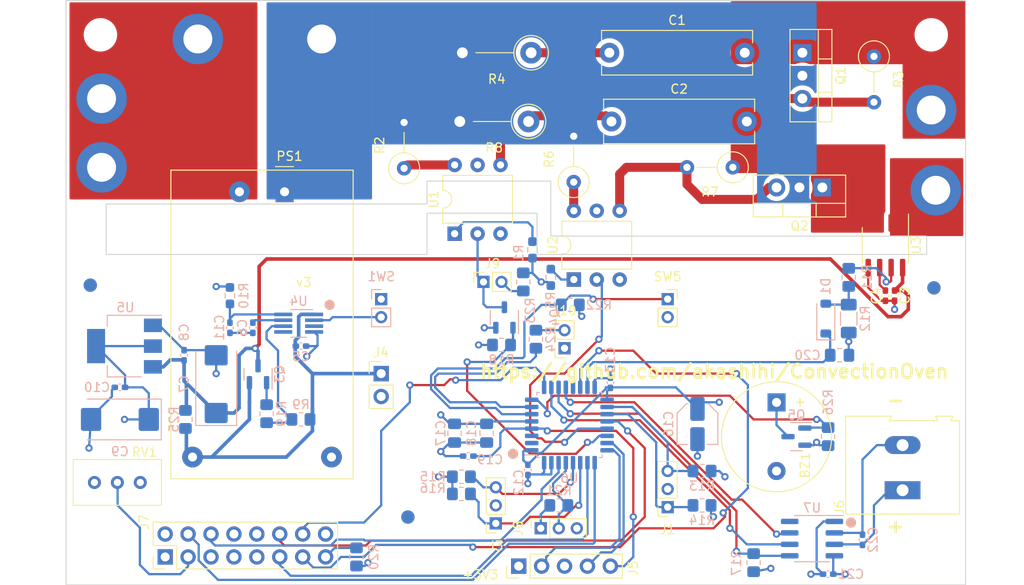
<source format=kicad_pcb>
(kicad_pcb (version 20240108) (generator "pcbnew") (generator_version "8.0")
  (layers (0 "F.Cu" signal) (1 "In1.Cu" signal) (2 "In2.Cu" signal) (31 "B.Cu" signal) (34 "B.Paste" user) (35 "F.Paste" user) (36 "B.SilkS" user "B.Silkscreen") (37 "F.SilkS" user "F.Silkscreen") (38 "B.Mask" user) (39 "F.Mask" user) (44 "Edge.Cuts" user))
  (net 0 "")
  (net 1 "Net-(D1-A)")
  (net 2 "LINE")
  (net 3 "NEUT")
  (net 4 "GND")
  (net 5 "+5P")
  (net 6 "/HotSide/HTR_SUP")
  (net 7 "/HotSide/HTR")
  (net 8 "/HotSide/DRV_SUP")
  (net 9 "/HotSide/DRV")
  (net 10 "+5V")
  (net 11 "/BUZZER")
  (net 12 "+3.3V")
  (net 13 "Net-(BZ1--)")
  (net 14 "/HotSide/DRV_OUT")
  (net 15 "Net-(U3-FILTER)")
  (net 16 "/HotSide/DRVCURRENT")
  (net 17 "/DRVENA")
  (net 18 "/NRST")
  (net 19 "Net-(U6-PA1)")
  (net 20 "Net-(J7-Pin_14)")
  (net 21 "/CS")
  (net 22 "/SCK")
  (net 23 "/SO")
  (net 24 "Net-(J7-Pin_13)")
  (net 25 "Net-(J7-Pin_12)")
  (net 27 "/SWDIO")
  (net 28 "/SWCLK")
  (net 29 "Net-(J7-Pin_4)")
  (net 30 "Net-(J7-Pin_11)")
  (net 31 "/LID")
  (net 32 "Net-(J7-Pin_6)")
  (net 33 "Net-(J6-Pin_2)")
  (net 34 "Net-(J6-Pin_1)")
  (net 35 "/HotSide/L_HTR_OUT")
  (net 36 "/HotSide/L_DRV_OUT")
  (net 37 "Net-(U4-PDT)")
  (net 38 "Net-(U4-*KILL)")
  (net 39 "Net-(J7-Pin_3)")
  (net 40 "Net-(Q3-G)")
  (net 41 "Net-(J7-Pin_15)")
  (net 42 "/HotSide/HTRENA")
  (net 43 "Net-(J10-Pin_2)")
  (net 44 "Net-(R1-Pad2)")
  (net 45 "/HotSide/L_HTR_IN")
  (net 46 "Net-(R5-Pad2)")
  (net 47 "/HotSide/L_DRV_IN")
  (net 52 "Net-(SW1-B)")
  (net 55 "Net-(J9-Pin_2)")
  (net 56 "/HTR_CTRL")
  (net 57 "/DRVSENSE")
  (net 58 "Net-(SW5-A)")
  (net 59 "Net-(J1-Pin_1)")
  (net 60 "Net-(J1-Pin_3)")
  (net 61 "Net-(J3-Pin_1)")
  (net 62 "Net-(J3-Pin_3)")
  (net 65 "Net-(U4-EN{slash}*EN)")
  (footprint "Buzzer_Beeper:Buzzer_12x9.5RM7.6" (layer "F.Cu") (at 186.055 117.495 -90)
    (property "Reference" "BZ1")
    (property "Value" "Buzzer")
  )
  (footprint "Resistor_THT:R_Axial_DIN0309_L9.0mm_D3.2mm_P5.08mm_Vertical" (layer "F.Cu") (at 196.85 79.14 -90)
    (property "Reference" "R3")
    (property "Value" "390" (hide yes))
  )
  (footprint "MountingHole:MountingHole_3.2mm_M3_DIN965_Pad_TopBottom" (layer "F.Cu") (at 203.2 85.09)
    (property "Reference" "H4" (hide yes))
    (property "Value" "MountingHole_Pad" (hide yes))
  )
  (footprint "Connector_PinSocket_2.00mm:PinSocket_1x03_P2.00mm_Vertical" (layer "F.Cu") (at 173.99 129.095 180)
    (property "Reference" "J1")
    (property "Value" "Conn_01x03_MountingPin" (hide yes))
  )
  (footprint "MountingHole:MountingHole_3.2mm_M3_DIN965_Pad_TopBottom" (layer "F.Cu") (at 135.636 77.216)
    (property "Reference" "J2" (hide yes))
    (property "Value" "L")
  )
  (footprint "MountingHole:MountingHole_3.2mm_M3_DIN965_Pad_TopBottom" (layer "F.Cu") (at 121.92 77.216 -90)
    (property "Reference" "H1" (hide yes))
    (property "Value" "MountingHole_Pad" (hide yes))
  )
  (footprint "Package_TO_SOT_THT:TO-220-3_Vertical" (layer "F.Cu") (at 191.135 93.67 180)
    (property "Reference" "Q2")
    (property "Value" "BTA16-600B" (hide yes))
  )
  (footprint "Resistor_THT:R_Axial_DIN0309_L9.0mm_D3.2mm_P5.08mm_Vertical" (layer "F.Cu") (at 163.576 93.072 90)
    (property "Reference" "R6")
    (property "Value" "390")
  )
  (footprint "Connector_PinSocket_2.00mm:PinSocket_1x03_P2.00mm_Vertical" (layer "F.Cu") (at 159.925 131.445 90)
    (property "Reference" "J8")
    (property "Value" "Conn_01x03" (hide yes))
  )
  (footprint "TerminalBlock:TerminalBlock_Altech_AK300-2_P5.00mm" (layer "F.Cu") (at 200.025 127.225 90)
    (property "Reference" "J6")
    (property "Value" "Screw_Terminal_01x02" (hide yes))
  )
  (footprint "Capacitor_THT:C_Rect_L16.5mm_W4.7mm_P15.00mm_MKT" (layer "F.Cu") (at 167.5325 78.74)
    (property "Reference" "C1")
    (property "Value" "10n x2" (hide yes))
  )
  (footprint "MountingHole:MountingHole_3.2mm_M3_DIN965_Pad_TopBottom" (layer "F.Cu") (at 203.708 93.98)
    (property "Reference" "H5" (hide yes))
    (property "Value" "MountingHole_Pad" (hide yes))
  )
  (footprint "Connector_PinHeader_2.54mm:PinHeader_2x08_P2.54mm_Vertical" (layer "F.Cu") (at 118.3 134.62 90)
    (property "Reference" "J7")
    (property "Value" "Conn_02x08_Odd_Even" (hide yes))
  )
  (footprint "MountingHole:MountingHole_3.2mm_M3_DIN965_Pad_TopBottom" (layer "F.Cu") (at 111.252 91.44 -90)
    (property "Reference" "H3" (hide yes))
    (property "Value" "MountingHole_Pad" (hide yes))
  )
  (footprint "Package_DIP:DIP-6_W7.62mm" (layer "F.Cu") (at 163.591 103.876 90)
    (property "Reference" "U2")
    (property "Value" "MOC3041M")
  )
  (footprint "Resistor_THT:R_Axial_DIN0309_L9.0mm_D3.2mm_P5.08mm_Vertical" (layer "F.Cu") (at 181.21 91.44 180)
    (property "Reference" "R7")
    (property "Value" "390")
  )
  (footprint "Connector_PinSocket_2.00mm:PinSocket_1x02_P2.00mm_Vertical" (layer "F.Cu") (at 162.56 111.49 180)
    (property "Reference" "J10")
    (property "Value" "RUN" (hide yes))
  )
  (footprint "Package_DIP:DIP-6_W7.62mm" (layer "F.Cu") (at 150.383 98.796 90)
    (property "Reference" "U1")
    (property "Value" "MOC3041M")
  )
  (footprint "Connector_PinHeader_2.54mm:PinHeader_1x02_P2.54mm_Vertical" (layer "F.Cu") (at 142.24 114.3)
    (property "Reference" "J4")
    (property "Value" "Conn_01x02")
  )
  (footprint "MountingHole:MountingHole_3.2mm_M3" (layer "F.Cu") (at 203.2 133.905)
    (property "Reference" "REF**" (hide yes))
    (property "Value" "MountingHole_3.2mm_M3" (hide yes))
  )
  (footprint "Connector_PinHeader_2.54mm:PinHeader_1x05_P2.54mm_Vertical" (layer "F.Cu") (at 157.48 135.636 90)
    (property "Reference" "J5")
    (property "Value" "Conn_01x05" (hide yes))
  )
  (footprint "MountingHole:MountingHole_3.2mm_M3_DIN965_Pad_TopBottom" (layer "F.Cu") (at 111.252 83.82 -90)
    (property "Reference" "H2" (hide yes))
    (property "Value" "MountingHole_Pad" (hide yes))
  )
  (footprint "Capacitor_THT:C_Rect_L16.5mm_W4.7mm_P15.00mm_MKT" (layer "F.Cu") (at 167.76 86.36)
    (property "Reference" "C2")
    (property "Value" "10n x2" (hide yes))
  )
  (footprint "Connector_PinSocket_2.00mm:PinSocket_1x03_P2.00mm_Vertical" (layer "F.Cu") (at 154.94 130.905 180)
    (property "Reference" "J3")
    (property "Value" "Conn_01x03_MountingPin" (hide yes))
  )
  (footprint "MountingHole:MountingHole_3.2mm_M3" (layer "F.Cu") (at 111.125 76.755)
    (property "Reference" "REF**" (hide yes))
    (property "Value" "MountingHole_3.2mm_M3" (hide yes))
  )
  (footprint "Resistor_THT:R_Axial_DIN0309_L9.0mm_D3.2mm_P5.08mm_Vertical" (layer "F.Cu") (at 144.78 91.548 90)
    (property "Reference" "R2")
    (property "Value" "390")
  )
  (footprint "Converter_ACDC:Converter_ACDC_HiLink_HLK-PMxx" (layer "F.Cu") (at 131.532 94.1495 -90)
    (property "Reference" "PS1")
    (property "Value" "HLK-PM01" (hide yes))
  )
  (footprint "Resistor_THT:R_Axial_DIN0411_L9.9mm_D3.6mm_P7.62mm_Vertical" (layer "F.Cu") (at 158.8575 78.74 180)
    (property "Reference" "R4")
    (property "Value" "39" (hide yes))
  )
  (footprint "MountingHole:MountingHole_3.2mm_M3" (layer "F.Cu") (at 111.125 133.985)
    (property "Reference" "REF**" (hide yes))
    (property "Value" "MountingHole_3.2mm_M3" (hide yes))
  )
  (footprint "Connector_PinSocket_2.00mm:PinSocket_1x02_P2.00mm_Vertical" (layer "F.Cu") (at 153.575 104.14 90)
    (property "Reference" "J9")
    (property "Value" "Conn_01x02" (hide yes))
  )
  (footprint "Connector_PinSocket_2.00mm:PinSocket_1x02_P2.00mm_Vertical" (layer "F.Cu") (at 173.99 106.045)
    (property "Reference" "SW5")
    (property "Value" "SW_SPST" (hide yes))
  )
  (footprint "Package_TO_SOT_THT:TO-220-3_Vertical" (layer "F.Cu") (at 188.92 78.74 -90)
    (property "Reference" "Q1")
    (property "Value" "BTA16-600B" (hide yes))
  )
  (footprint "Package_SO:SOIC-8_3.9x4.9mm_P1.27mm" (layer "F.Cu") (at 198.12 100.076 -90)
    (property "Reference" "U3")
    (property "Value" "ACS712xLCTR-05B" (hide yes))
  )
  (footprint "Resistor_THT:R_Axial_DIN0411_L9.9mm_D3.6mm_P7.62mm_Vertical" (layer "F.Cu") (at 158.57 86.36 180)
    (property "Reference" "R8")
    (property "Value" "39" (hide yes))
  )
  (footprint "Potentiometer_THT:Potentiometer_Bourns_3296W_Vertical" (layer "F.Cu") (at 110.46 126.365 180)
    (property "Reference" "RV1")
    (property "Value" "R_Potentiometer" (hide yes))
  )
  (footprint "MountingHole:MountingHole_3.2mm_M3" (layer "F.Cu") (at 203.2 76.755)
    (property "Reference" "REF**" (hide yes))
    (property "Value" "MountingHole_3.2mm_M3" (hide yes))
  )
  (footprint "Capacitor_SMD:C_0402_1005Metric_Pad0.74x0.62mm_HandSolder" (layer "F.Cu") (at 199.136 105.664 -90)
    (property "Reference" "C3")
    (property "Value" "100n" (hide yes))
  )
  (footprint "Capacitor_SMD:C_0402_1005Metric_Pad0.74x0.62mm_HandSolder" (layer "F.Cu") (at 198.12 105.664 -90)
    (property "Reference" "C4")
    (property "Value" "100n" (hide yes))
  )
  (footprint "Capacitor_SMD:C_0402_1005Metric_Pad0.74x0.62mm_HandSolder" (layer "B.Cu") (at 120.396 112.268 90)
    (property "Reference" "C8")
    (property "Value" "100n" (hide yes))
  )
  (footprint "Capacitor_SMD:C_Elec_4x5.4" (layer "B.Cu") (at 177.292 119.888 -90)
    (property "Reference" "C16")
    (property "Value" "4u7" (hide yes))
  )
  (footprint "Fiducial:Fiducial_1.5mm_Mask3mm" (layer "B.Cu") (at 203.5 104.8 180)
    (property "Reference" "REF**" (hide yes))
    (property "Value" "Fiducial_1.5mm_Mask3mm")
  )
  (footprint "Capacitor_SMD:C_0805_2012Metric_Pad1.18x1.45mm_HandSolder" (layer "B.Cu") (at 150.368 120.904 -90)
    (property "Reference" "C17")
    (property "Value" "1u" (hide yes))
  )
  (footprint "Resistor_SMD:R_0805_2012Metric_Pad1.20x1.40mm_HandSolder" (layer "B.Cu") (at 159.385 110.49 90)
    (property "Reference" "R24")
    (property "Value" "220" (hide yes))
  )
  (footprint "Package_QFP:LQFP-32_7x7mm_P0.8mm" (layer "B.Cu") (at 163.1 119.999)
    (property "Reference" "U6")
    (property "Value" "STM32F303K8Tx" (hide yes))
  )
  (footprint "Package_TO_SOT_SMD:SOT-23" (layer "B.Cu") (at 128.59 114.366 90)
    (property "Reference" "Q3")
    (property "Value" "AO3401A" (hide yes))
  )
  (footprint "Diode_SMD:D_SOD-123" (layer "B.Cu") (at 191.516 108.204 90)
    (property "Reference" "D1")
    (property "Value" "1N4448W" (hide yes))
  )
  (footprint "Capacitor_SMD:C_0402_1005Metric_Pad0.74x0.62mm_HandSolder" (layer "B.Cu") (at 191.77 136.525 180)
    (property "Reference" "C21")
    (property "Value" "100n" (hide yes))
  )
  (footprint "Capacitor_SMD:C_0402_1005Metric_Pad0.74x0.62mm_HandSolder" (layer "B.Cu") (at 151.892 123.444)
    (property "Reference" "C19")
    (property "Value" "100n" (hide yes))
  )
  (footprint "Resistor_SMD:R_0805_2012Metric_Pad1.20x1.40mm_HandSolder" (layer "B.Cu") (at 139.5 134.62 -90)
    (property "Reference" "R20")
    (property "Value" "220" (hide yes))
  )
  (footprint "Capacitor_SMD:C_0805_2012Metric_Pad1.18x1.45mm_HandSolder" (layer "B.Cu") (at 153.924 120.904 -90)
    (property "Reference" "C18")
    (property "Value" "10n" (hide yes))
  )
  (footprint "Resistor_SMD:R_0805_2012Metric_Pad1.20x1.40mm_HandSolder" (layer "B.Cu") (at 191.77 121.285 90)
    (property "Reference" "R26")
    (property "Value" "4k7" (hide yes))
  )
  (footprint "Fiducial:Fiducial_1.5mm_Mask3mm" (layer "B.Cu") (at 110 104.5 180)
    (property "Reference" "REF**" (hide yes))
    (property "Value" "Fiducial_1.5mm_Mask3mm")
  )
  (footprint "Capacitor_SMD:C_0402_1005Metric_Pad0.74x0.62mm_HandSolder" (layer "B.Cu") (at 158.496 124.968 -90)
    (property "Reference" "C12")
    (property "Value" "100n" (hide yes))
  )
  (footprint "Package_SO:SOIC-8_3.9x4.9mm_P1.27mm" (layer "B.Cu") (at 189.992 132.588 180)
    (property "Reference" "U7")
    (property "Value" "MAX31855KASA" (hide yes))
  )
  (footprint "Resistor_SMD:R_0603_1608Metric_Pad0.98x0.95mm_HandSolder" (layer "B.Cu") (at 125.476 105.664 -90)
    (property "Reference" "R10")
    (property "Value" "100k" (hide yes))
  )
  (footprint "Resistor_SMD:R_1206_3216Metric_Pad1.30x1.75mm_HandSolder" (layer "B.Cu") (at 194.056 108.204 90)
    (property "Reference" "R12")
    (property "Value" "6200" (hide yes))
  )
  (footprint "Resistor_SMD:R_0805_2012Metric_Pad1.20x1.40mm_HandSolder" (layer "B.Cu") (at 194.056 103.632 -90)
    (property "Reference" "R11")
    (property "Value" "3300" (hide yes))
  )
  (footprint "Resistor_SMD:R_0805_2012Metric_Pad1.20x1.40mm_HandSolder" (layer "B.Cu") (at 161.925 128.905 180)
    (property "Reference" "R21")
    (property "Value" "4k7" (hide yes))
  )
  (footprint "Resistor_SMD:R_0805_2012Metric_Pad1.20x1.40mm_HandSolder" (layer "B.Cu") (at 151.13 125.73 180)
    (property "Reference" "R15")
    (property "Value" "4k7" (hide yes))
  )
  (footprint "Resistor_SMD:R_0805_2012Metric_Pad1.20x1.40mm_HandSolder" (layer "B.Cu") (at 129.54 118.745 90)
    (property "Reference" "R19")
    (property "Value" "100k")
  )
  (footprint "Capacitor_SMD:C_0402_1005Metric_Pad0.74x0.62mm_HandSolder" (layer "B.Cu") (at 133.35 111.252)
    (property "Reference" "C5")
    (property "Value" "100n" (hide yes))
  )
  (footprint "Resistor_SMD:R_0603_1608Metric_Pad0.98x0.95mm_HandSolder" (layer "B.Cu") (at 161.036 103.632 90)
    (property "Reference" "R5")
    (property "Value" "150" (hide yes))
  )
  (footprint "Package_TO_SOT_SMD:SOT-23" (layer "B.Cu") (at 188.2625 121.285 180)
    (property "Reference" "Q5")
    (property "Value" "AO3401A" (hide yes))
  )
  (footprint "Resistor_SMD:R_0805_2012Metric_Pad1.20x1.40mm_HandSolder" (layer "B.Cu") (at 177.8 128.905)
    (property "Reference" "R14")
    (property "Value" "4k7" (hide yes))
  )
  (footprint "Package_TO_SOT_SMD:SOT-223-3_TabPin2" (layer "B.Cu") (at 113.792 111.252 180)
    (property "Reference" "U5")
    (property "Value" "LM1117MP-3.3" (hide yes))
  )
  (footprint "Resistor_SMD:R_0805_2012Metric_Pad1.20x1.40mm_HandSolder" (layer "B.Cu") (at 120.5484 119.38 90)
    (property "Reference" "R25")
    (property "Value" "0")
  )
  (footprint "Resistor_SMD:R_0805_2012Metric_Pad1.20x1.40mm_HandSolder" (layer "B.Cu") (at 157.988 104.14 -90)
    (property "Reference" "R23")
    (property "Value" "220" (hide yes))
  )
  (footprint "Capacitor_Tantalum_SMD:CP_EIA-7343-15_Kemet-W_Pad2.25x2.55mm_HandSolder" (layer "B.Cu") (at 113.284 119.38 180)
    (property "Reference" "C9")
    (property "Value" "100u" (hide yes))
  )
  (footprint "Capacitor_SMD:C_0402_1005Metric_Pad0.74x0.62mm_HandSolder" (layer "B.Cu") (at 167.64 115.316 90)
    (property "Reference" "C13")
    (property "Value" "100n" (hide yes))
  )
  (footprint "Resistor_SMD:R_0805_2012Metric_Pad1.20x1.40mm_HandSolder" (layer "B.Cu") (at 151.13 127.635 180)
    (property "Reference" "R16")
    (property "Value" "4k7" (hide yes))
  )
  (footprint "Connector_PinSocket_2.00mm:PinSocket_1x02_P2.00mm_Vertical" (layer "B.Cu") (at 142.24 106.045 180)
    (property "Reference" "SW1")
    (property "Value" "SW_SPST")
  )
  (footprint "Capacitor_Tantalum_SMD:CP_EIA-7343-15_Kemet-W_Pad2.25x2.55mm_HandSolder" (layer "B.Cu") (at 123.952 115.468 90)
    (property "Reference" "C7")
    (property "Value" "100u" (hide yes))
  )
  (footprint "Capacitor_SMD:C_0402_1005Metric_Pad0.74x0.62mm_HandSolder" (layer "B.Cu") (at 125.476 109.22 -90)
    (property "Reference" "C11")
    (property "Value" "100n" (hide yes))
  )
  (footprint "Resistor_SMD:R_0805_2012Metric_Pad1.20x1.40mm_HandSolder" (layer "B.Cu") (at 183.515 135.255 -90)
    (property "Reference" "R17")
    (property "Value" "4k7" (hide yes))
  )
  (footprint "Resistor_SMD:R_0805_2012Metric_Pad1.20x1.40mm_HandSolder" (layer "B.Cu") (at 163.195 106.68 180)
    (property "Reference" "R22")
    (property "Value" "4k7" (hide yes))
  )
  (footprint "Resistor_SMD:R_0805_2012Metric_Pad1.20x1.40mm_HandSolder" (layer "B.Cu") (at 155.575 111.125)
    (property "Reference" "R18")
    (property "Value" "4k7" (hide yes))
  )
  (footprint "Package_TO_SOT_SMD:TSOT-23-8_HandSoldering" (layer "B.Cu") (at 133.096 108.712 180)
    (property "Reference" "U4")
    (property "Value" "LTC2954CTS8-2" (hide yes))
  )
  (footprint "Resistor_SMD:R_0603_1608Metric_Pad0.98x0.95mm_HandSolder" (layer "B.Cu") (at 159.004 100.584 90)
    (property "Reference" "R1")
    (property "Value" "150" (hide yes))
  )
  (footprint "Capacitor_SMD:C_0805_2012Metric_Pad1.18x1.45mm_HandSolder" (layer "B.Cu") (at 193.04 112.268)
    (property "Reference" "C20")
    (property "Value" "1u" (hide yes))
  )
  (footprint "Resistor_SMD:R_0805_2012Metric_Pad1.20x1.40mm_HandSolder" (layer "B.Cu") (at 177.8 125.095)
    (property "Reference" "R13")
    (property "Value" "4k7" (hide yes))
  )
  (footprint "Capacitor_SMD:C_0402_1005Metric_Pad0.74x0.62mm_HandSolder" (layer "B.Cu") (at 195.58 132.715 90)
    (property "Reference" "C22")
    (property "Value" "100n" (hide yes))
  )
  (footprint "Fiducial:Fiducial_1.5mm_Mask3mm" (layer "B.Cu") (at 145.2 130.2 180)
    (property "Reference" "REF**" (hide yes))
    (property "Value" "Fiducial_1.5mm_Mask3mm" (hide yes))
  )
  (footprint "Capacitor_SMD:C_0402_1005Metric_Pad0.74x0.62mm_HandSolder" (layer "B.Cu") (at 113.284 115.824 180)
    (property "Reference" "C10")
    (property "Value" "100n" (hide yes))
  )
  (footprint "Resistor_SMD:R_0805_2012Metric_Pad1.20x1.40mm_HandSolder" (layer "B.Cu") (at 133.35 119.38 180)
    (property "Reference" "R9")
    (property "Value" "100k")
  )
  (footprint "Capacitor_SMD:C_0402_1005Metric_Pad0.74x0.62mm_HandSolder" (layer "B.Cu") (at 128.016 109.22 -90)
    (property "Reference" "C6")
    (property "Value" "150n" (hide yes))
  )
  (footprint "Package_TO_SOT_SMD:SOT-23-3" (layer "B.Cu") (at 155.895 108.0825 90)
    (property "Reference" "Q4")
    (property "Value" "AOSS32338C" (hide yes))
  )
  (gr_circle (center 136.525 106.68) (end 137.025 106.68) (stroke (width 0.15)) (fill solid) (layer "B.SilkS"))
  (gr_circle (center 194.31 130.81) (end 194.81 130.81) (stroke (width 0.15)) (fill solid) (layer "B.SilkS"))
  (gr_circle (center 156.845 123.19) (end 157.345 123.19) (stroke (width 0.15)) (fill solid) (layer "B.SilkS"))
  (gr_rect (start 107.315 72.945) (end 207.01 137.715) (stroke (width 0.1)) (fill none) (layer "Edge.Cuts"))
  (gr_poly (pts (xy 202.692 101.092) (xy 194.056 101.092) (xy 161.544 101.092) (xy 159.512 101.092) (xy 159.512 96.52) (xy 147.32 96.52) (xy 147.32 101.092) (xy 111.76 101.092) (xy 111.76 95.504) (xy 147.32 95.504) (xy 147.32 92.964) (xy 161.036 92.964) (xy 161.036 99.06) (xy 175.26 99.06) (xy 202.692 99.06)) (stroke (width 0.1)) (fill none) (layer "Edge.Cuts"))
  (gr_text "v3" (at 132.715 104.775 0) (layer "F.SilkS") (effects (font (size 1 1)) (justify left bottom)))
  (gr_text "+" (at 198.12 132.08 0) (layer "F.SilkS") (effects (font (size 1.5 1.5) (thickness 0.3) (bold yes)) (justify left bottom)))
  (gr_text "-" (at 198.12 118.11 0) (layer "F.SilkS") (effects (font (size 1.5 1.5) (thickness 0.3) (bold yes)) (justify left bottom)))
  (gr_text "+3V3" (at 151.13 137.16 0) (layer "F.SilkS") (effects (font (size 1 1)) (justify left bottom)))
  (gr_text "https://github.com/akashihi/ConvectionOven" (at 153.035 114.935 0) (layer "F.SilkS") (effects (font (size 1.5 1.5) (thickness 0.3) (bold yes)) (justify left bottom)))
  (segment (start 194.056 106.654) (end 191.616 106.654) (width 0.25) (layer "B.Cu") (net 1))
  (segment (start 191.616 106.654) (end 191.516 106.554) (width 0.25) (layer "B.Cu") (net 1))
  (segment (start 194.056 104.632) (end 194.056 106.654) (width 0.25) (layer "B.Cu") (net 1))
  (segment (start 197.6715 106.2315) (end 198.12 106.2315) (width 0.25) (layer "F.Cu") (net 4))
  (segment (start 198.12 106.2315) (end 199.136 106.2315) (width 0.25) (layer "F.Cu") (net 4))
  (segment (start 199.136 106.68) (end 199.136 107.188) (width 0.25) (layer "F.Cu") (net 4))
  (segment (start 199.136 106.2315) (end 199.136 106.68) (width 0.25) (layer "F.Cu") (net 4))
  (segment (start 196.215 104.775) (end 197.6715 106.2315) (width 0.25) (layer "F.Cu") (net 4))
  (segment (start 196.215 102.551) (end 196.215 104.775) (width 0.25) (layer "F.Cu") (net 4))
  (via (at 109.855 122.555) (size 0.8) (drill 0.4) (layers "F.Cu" "B.Cu") (net 4))
  (via (at 199.136 107.188) (size 0.8) (drill 0.4) (layers "F.Cu" "B.Cu") (net 4))
  (via (at 153.67 109.22) (size 0.8) (drill 0.4) (layers "F.Cu" "B.Cu") (net 4))
  (via (at 123.952 114.3) (size 0.8) (drill 0.4) (layers "F.Cu" "B.Cu") (net 4))
  (via (at 177.292 123.444) (size 0.8) (drill 0.4) (layers "F.Cu" "B.Cu") (net 4))
  (via (at 194.056 110.744) (size 0.8) (drill 0.4) (layers "F.Cu" "B.Cu") (net 4))
  (via (at 153.035 111.125) (size 0.8) (drill 0.4) (layers "F.Cu" "B.Cu") (net 4))
  (via (at 148.844 122.936) (size 0.8) (drill 0.4) (layers "F.Cu" "B.Cu") (net 4))
  (via (at 133.985 112.395) (size 0.8) (drill 0.4) (layers "F.Cu" "B.Cu") (net 4))
  (via (at 164.465 107.95) (size 0.8) (drill 0.4) (layers "F.Cu" "B.Cu") (net 4))
  (via (at 189.865 136.525) (size 0.8) (drill 0.4) (layers "F.Cu" "B.Cu") (net 4))
  (via (at 127 109.728) (size 0.8) (drill 0.4) (layers "F.Cu" "B.Cu") (net 4))
  (via (at 167.64 113.792) (size 0.8) (drill 0.4) (layers "F.Cu" "B.Cu") (net 4))
  (via (at 158.496 126.492) (size 0.8) (drill 0.4) (layers "F.Cu" "B.Cu") (net 4))
  (segment (start 191.2025 136.525) (end 190.5 135.8225) (width 0.25) (layer "B.Cu") (net 4))
  (segment (start 149.8385 121.9415) (end 148.844 122.936) (width 0.25) (layer "B.Cu") (net 4))
  (segment (start 190.5 135.8225) (end 190.5 131.445) (width 0.25) (layer "B.Cu") (net 4))
  (segment (start 161.1 124.174) (end 161.1 125.412) (width 0.25) (layer "B.Cu") (net 4))
  (segment (start 123.952 113.792) (end 123.952 114.3) (width 0.25) (layer "B.Cu") (net 4))
  (segment (start 135.1875 111.1925) (end 135.1875 111.125) (width 0.25) (layer "B.Cu") (net 4))
  (segment (start 135.1875 110.0635) (end 134.806 109.682) (width 0.25) (layer "B.Cu") (net 4))
  (segment (start 153.67 111.125) (end 153.035 111.125) (width 0.25) (layer "B.Cu") (net 4))
  (segment (start 153.924 121.9415) (end 150.368 121.9415) (width 0.25) (layer "B.Cu") (net 4))
  (segment (start 135.0605 111.252) (end 135.1875 111.125) (width 0.25) (layer "B.Cu") (net 4))
  (segment (start 191.2025 136.525) (end 189.865 136.525) (width 0.25) (layer "B.Cu") (net 4))
  (segment (start 112.395 116.1455) (end 112.7165 115.824) (width 0.25) (layer "B.Cu") (net 4))
  (segment (start 164.195 106.68) (end 164.195 107.68) (width 0.25) (layer "B.Cu") (net 4))
  (segment (start 149.352 123.444) (end 148.844 122.936) (width 0.25) (layer "B.Cu") (net 4))
  (segment (start 127.0595 109.7875) (end 127 109.728) (width 0.25) (layer "B.Cu") (net 4))
  (segment (start 133.9175 111.252) (end 135.0605 111.252) (width 0.25) (layer "B.Cu") (net 4))
  (segment (start 158.5555 125.476) (end 158.496 125.5355) (width 0.25) (layer "B.Cu") (net 4))
  (segment (start 191.262 130.683) (end 192.467 130.683) (width 0.25) (layer "B.Cu") (net 4))
  (segment (start 161.1 125.412) (end 161.036 125.476) (width 0.25) (layer "B.Cu") (net 4))
  (segment (start 160.02 125.476) (end 158.5555 125.476) (width 0.25) (layer "B.Cu") (net 4))
  (segment (start 133.985 112.395) (end 135.1875 111.1925) (width 0.25) (layer "B.Cu") (net 4))
  (segment (start 160.3 125.196) (end 160.02 125.476) (width 0.25) (layer "B.Cu") (net 4))
  (segment (start 151.3245 123.444) (end 149.352 123.444) (width 0.25) (layer "B.Cu") (net 4))
  (segment (start 167.5805 114.808) (end 167.64 114.7485) (width 0.25) (layer "B.Cu") (net 4))
  (segment (start 123.952 112.268) (end 123.952 113.792) (width 0.25) (layer "B.Cu") (net 4))
  (segment (start 177.292 121.563) (end 177.292 123.444) (width 0.25) (layer "B.Cu") (net 4))
  (segment (start 165.9 115.024) (end 166.116 114.808) (width 0.25) (layer "B.Cu") (net 4))
  (segment (start 110.084 119.38) (end 110.084 119.151) (width 0.25) (layer "B.Cu") (net 4))
  (segment (start 123.952 112.268) (end 123.3845 111.7005) (width 0.25) (layer "B.Cu") (net 4))
  (segment (start 128.016 109.7875) (end 127.0595 109.7875) (width 0.25) (layer "B.Cu") (net 4))
  (segment (start 126.9405 109.7875) (end 125.476 109.7875) (width 0.25) (layer "B.Cu") (net 4))
  (segment (start 110.084 119.38) (end 109.855 122.555) (width 0.25) (layer "B.Cu") (net 4))
  (segment (start 154.575 111.125) (end 153.67 111.125) (width 0.25) (layer "B.Cu") (net 4))
  (segment (start 127 109.728) (end 126.9405 109.7875) (width 0.25) (layer "B.Cu") (net 4))
  (segment (start 165.9 115.824) (end 165.9 115.024) (width 0.25) (layer "B.Cu") (net 4))
  (segment (start 194.056 109.754) (end 194.056 110.744) (width 0.25) (layer "B.Cu") (net 4))
  (segment (start 135.1875 111.125) (end 135.1875 110.0635) (width 0.25) (layer "B.Cu") (net 4))
  (segment (start 190.5 131.445) (end 191.262 130.683) (width 0.25) (layer "B.Cu") (net 4))
  (segment (start 150.368 121.9415) (end 149.8385 121.9415) (width 0.25) (layer "B.Cu") (net 4))
  (segment (start 117.6475 108.952) (end 120.396 111.7005) (width 0.25) (layer "B.Cu") (net 4))
  (segment (start 158.496 125.5355) (end 158.496 126.492) (width 0.25) (layer "B.Cu") (net 4))
  (segment (start 154.945 109.22) (end 153.67 109.22) (width 0.25) (layer "B.Cu") (net 4))
  (segment (start 167.64 114.7485) (end 167.64 113.792) (width 0.25) (layer "B.Cu") (net 4))
  (segment (start 161.036 125.476) (end 160.02 125.476) (width 0.25) (layer "B.Cu") (net 4))
  (segment (start 160.3 124.174) (end 160.3 125.196) (width 0.25) (layer "B.Cu") (net 4))
  (segment (start 123.3845 111.7005) (end 120.396 111.7005) (width 0.25) (layer "B.Cu") (net 4))
  (segment (start 166.116 114.808) (end 167.5805 114.808) (width 0.25) (layer "B.Cu") (net 4))
  (segment (start 194.056 112.2465) (end 194.0775 112.268) (width 0.25) (layer "B.Cu") (net 4))
  (segment (start 194.056 110.744) (end 194.056 112.2465) (width 0.25) (layer "B.Cu") (net 4))
  (segment (start 110.084 119.151) (end 112.395 116.84) (width 0.25) (layer "B.Cu") (net 4))
  (segment (start 116.942 108.952) (end 117.6475 108.952) (width 0.25) (layer "B.Cu") (net 4))
  (segment (start 164.195 107.68) (end 164.465 107.95) (width 0.25) (layer "B.Cu") (net 4))
  (segment (start 112.395 116.84) (end 112.395 116.1455) (width 0.25) (layer "B.Cu") (net 4))
  (segment (start 121.332 123.5495) (end 123.4655 123.5495) (width 0.4) (layer "B.Cu") (net 5))
  (segment (start 133.356 107.732) (end 134.806 107.732) (width 0.4) (layer "B.Cu") (net 5))
  (segment (start 133.096 107.992) (end 133.356 107.732) (width 0.4) (layer "B.Cu") (net 5))
  (segment (start 123.4655 123.5495) (end 131.7205 123.5495) (width 0.4) (layer "B.Cu") (net 5))
  (segment (start 132.715 112.395) (end 132.715 110.617) (width 0.4) (layer "B.Cu") (net 5))
  (segment (start 123.4655 123.5495) (end 127.635 119.38) (width 0.4) (layer "B.Cu") (net 5))
  (segment (start 127.635 117.475) (end 127.64 117.47) (width 0.4) (layer "B.Cu") (net 5))
  (segment (start 133.096 110.236) (end 133.096 107.992) (width 0.4) (layer "B.Cu") (net 5))
  (segment (start 134.62 114.3) (end 134.0525 113.7325) (width 0.4) (layer "B.Cu") (net 5))
  (segment (start 127.64 117.47) (end 127.64 115.3035) (width 0.4) (layer "B.Cu") (net 5))
  (segment (start 127.635 119.38) (end 127.635 117.475) (width 0.4) (layer "B.Cu") (net 5))
  (segment (start 142.24 114.3) (end 134.62 114.3) (width 0.4) (layer "B.Cu") (net 5))
  (segment (start 120.65 120.38) (end 120.65 122.8675) (width 0.4) (layer "B.Cu") (net 5))
  (segment (start 120.65 122.8675) (end 121.332 123.5495) (width 0.4) (layer "B.Cu") (net 5))
  (segment (start 134.62 119.11) (end 134.35 119.38) (width 0.4) (layer "B.Cu") (net 5))
  (segment (start 132.715 110.617) (end 133.096 110.236) (width 0.4) (layer "B.Cu") (net 5))
  (segment (start 134.62 120.65) (end 134.62 118.11) (width 0.4) (layer "B.Cu") (net 5))
  (segment (start 134.62 118.11) (end 134.62 119.11) (width 0.4) (layer "B.Cu") (net 5))
  (segment (start 134.62 114.3) (end 134.62 118.11) (width 0.4) (layer "B.Cu") (net 5))
  (segment (start 134.0525 113.7325) (end 132.715 112.395) (width 0.4) (layer "B.Cu") (net 5))
  (segment (start 131.7205 123.5495) (end 134.62 120.65) (width 0.4) (layer "B.Cu") (net 5))
  (segment (start 158.8575 78.74) (end 167.5325 78.74) (width 1) (layer "F.Cu") (net 6))
  (segment (start 159.205 85.725) (end 158.57 86.36) (width 1) (layer "F.Cu") (net 8))
  (segment (start 167.125 85.725) (end 159.205 85.725) (width 1) (layer "F.Cu") (net 8))
  (segment (start 167.76 86.36) (end 167.125 85.725) (width 1) (layer "F.Cu") (net 8))
  (segment (start 200.66 107.188) (end 200.66 105.664) (width 0.4) (layer "F.Cu") (net 10))
  (segment (start 200.0925 105.0965) (end 199.136 105.0965) (width 0.4) (layer "F.Cu") (net 10))
  (segment (start 199.86 107.988) (end 200.66 107.188) (width 0.4) (layer "F.Cu") (net 10))
  (segment (start 128.27 111.506) (end 128.714683 111.061317) (width 0.4) (layer "F.Cu") (net 10))
  (segment (start 200.025 102.551) (end 200.025 104.2075) (width 0.4) (layer "F.Cu") (net 10))
  (segment (start 200.66 105.664) (end 200.0925 105.0965) (width 0.4) (layer "F.Cu") (net 10))
  (segment (start 192.024 101.6) (end 198.412 107.988) (width 0.4) (layer "F.Cu") (net 10))
  (segment (start 129.54 101.6) (end 192.024 101.6) (width 0.4) (layer "F.Cu") (net 10))
  (segment (start 128.714683 111.061317) (end 128.714683 102.425317) (width 0.4) (layer "F.Cu") (net 10))
  (segment (start 200.025 104.2075) (end 199.136 105.0965) (width 0.4) (layer "F.Cu") (net 10))
  (segment (start 128.714683 102.425317) (end 129.54 101.6) (width 0.4) (layer "F.Cu") (net 10))
  (segment (start 198.412 107.988) (end 199.86 107.988) (width 0.4) (layer "F.Cu") (net 10))
  (via (at 128.27 111.506) (size 0.8) (drill 0.4) (layers "F.Cu" "B.Cu") (net 10))
  (segment (start 123.952 118.668) (end 120.396 115.112) (width 0.4) (layer "B.Cu") (net 10))
  (segment (start 126.492 112.268) (end 127.254 111.506) (width 0.4) (layer "B.Cu") (net 10))
  (segment (start 116.942 113.552) (end 118.096 113.552) (width 0.4) (layer "B.Cu") (net 10))
  (segment (start 125.934 118.668) (end 126.492 118.11) (width 0.4) (layer "B.Cu") (net 10))
  (segment (start 128.59 111.826) (end 128.59 113.4285) (width 0.4) (layer "B.Cu") (net 10))
  (segment (start 120.65 118.38) (end 120.65 115.366) (width 0.4) (layer "B.Cu") (net 10))
  (segment (start 120.65 115.366) (end 120.396 115.112) (width 0.4) (layer "B.Cu") (net 10))
  (segment (start 120.3365 112.776) (end 120.396 112.8355) (width 0.4) (layer "B.Cu") (net 10))
  (segment (start 126.492 118.11) (end 126.492 112.268) (width 0.4) (layer "B.Cu") (net 10))
  (segment (start 128.27 111.506) (end 128.59 111.826) (width 0.4) (layer "B.Cu") (net 10))
  (segment (start 127.254 111.506) (end 128.27 111.506) (width 0.4) (layer "B.Cu") (net 10))
  (segment (start 118.096 113.552) (end 118.872 112.776) (width 0.4) (layer "B.Cu") (net 10))
  (segment (start 118.872 112.776) (end 120.3365 112.776) (width 0.4) (layer "B.Cu") (net 10))
  (segment (start 120.396 115.112) (end 120.396 112.8355) (width 0.4) (layer "B.Cu") (net 10))
  (segment (start 123.952 118.668) (end 125.934 118.668) (width 0.4) (layer "B.Cu") (net 10))
  (segment (start 160.655 117.475) (end 161.38 116.75) (width 0.25) (layer "F.Cu") (net 11))
  (segment (start 160.655 118.745) (end 160.655 117.475) (width 0.25) (layer "F.Cu") (net 11))
  (segment (start 180.885 116.75) (end 183.515 119.38) (width 0.25) (layer "F.Cu") (net 11))
  (segment (start 183.515 119.38) (end 190.5 119.38) (width 0.25) (layer "F.Cu") (net 11))
  (segment (start 161.38 116.75) (end 180.885 116.75) (width 0.25) (layer "F.Cu") (net 11))
  (via (at 160.655 118.745) (size 0.8) (drill 0.4) (layers "F.Cu" "B.Cu") (net 11))
  (via (at 190.5 119.38) (size 0.8) (drill 0.4) (layers "F.Cu" "B.Cu") (net 11))
  (segment (start 190.865 119.38) (end 191.77 120.285) (width 0.25) (layer "B.Cu") (net 11))
  (segment (start 189.25 120.285) (end 189.2 120.335) (width 0.25) (layer "B.Cu") (net 11))
  (segment (start 191.77 120.285) (end 189.25 120.285) (width 0.25) (layer "B.Cu") (net 11))
  (segment (start 158.925 117.199) (end 159.511396 117.199) (width 0.25) (layer "B.Cu") (net 11))
  (segment (start 159.511396 117.199) (end 160.655 118.342604) (width 0.25) (layer "B.Cu") (net 11))
  (segment (start 160.655 118.342604) (end 160.655 118.745) (width 0.25) (layer "B.Cu") (net 11))
  (segment (start 190.5 119.38) (end 190.865 119.38) (width 0.25) (layer "B.Cu") (net 11))
  (via (at 123.952 104.648) (size 0.8) (drill 0.4) (layers "F.Cu" "B.Cu") (net 12))
  (via (at 148.59 125.73) (size 0.8) (drill 0.4) (layers "F.Cu" "B.Cu") (net 12))
  (via (at 113.792 119.38) (size 0.8) (drill 0.4) (layers "F.Cu" "B.Cu") (net 12))
  (via (at 180.34 125.73) (size 0.8) (drill 0.4) (layers "F.Cu" "B.Cu") (net 12))
  (via (at 190.5 121.92) (size 0.8) (drill 0.4) (layers "F.Cu" "B.Cu") (net 12))
  (via (at 159.981395 104.14) (size 0.8) (drill 0.4) (layers "F.Cu" "B.Cu") (net 12))
  (via (at 179.705 117.475) (size 0.8) (drill 0.4) (layers "F.Cu" "B.Cu") (net 12))
  (via (at 140.77 135.255) (size 0.8) (drill 0.4) (layers "F.Cu" "B.Cu") (net 12))
  (via (at 179.07 130.175) (size 0.8) (drill 0.4) (layers "F.Cu" "B.Cu") (net 12))
  (via (at 148.844 118.872) (size 0.8) (drill 0.4) (layers "F.Cu" "B.Cu") (net 12))
  (via (at 185.42 135.89) (size 0.8) (drill 0.4) (layers "F.Cu" "B.Cu") (net 12))
  (via (at 193.675 136.525) (size 0.8) (drill 0.4) (layers "F.Cu" "B.Cu") (net 12))
  (segment (start 178.03 117.475) (end 179.705 117.475) (width 0.25) (layer "B.Cu") (net 12))
  (segment (start 177.292 118.213) (end 178.03 117.475) (width 0.25) (layer "B.Cu") (net 12))
  (segment (start 159.925 129.905) (end 159.925 131.445) (width 0.25) (layer "B.Cu") (net 12))
  (segment (start 178.8 125.095) (end 179.705 125.095) (width 0.25) (layer "B.Cu") (net 12))
  (segment (start 113.8515 115.824) (end 113.8515 114.4615) (width 0.25) (layer "B.Cu") (net 12))
  (segment (start 183.515 136.255) (end 185.42 135.89) (width 0.25) (layer "B.Cu") (net 12))
  (segment (start 150.13 125.73) (end 150.13 127.635) (width 0.25) (layer "B.Cu") (net 12))
  (segment (start 157.988 122.936) (end 157.988 123.8925) (width 0.25) (layer "B.Cu") (net 12))
  (segment (start 192.3375 134.6225) (end 192.467 134.493) (width 0.25) (layer "B.Cu") (net 12))
  (segment (start 192.3375 136.525) (end 193.675 136.525) (width 0.25) (layer "B.Cu") (net 12))
  (segment (start 158.925 119.599) (end 154.1915 119.599) (width 0.25) (layer "B.Cu") (net 12))
  (segment (start 167.5805 115.824) (end 167.132 115.824) (width 0.25) (layer "B.Cu") (net 12))
  (segment (start 174.903 115.824) (end 167.6995 115.824) (width 0.25) (layer "B.Cu") (net 12))
  (segment (start 189.2 122.235) (end 190.185 122.235) (width 0.25) (layer "B.Cu") (net 12))
  (segment (start 179.705 125.095) (end 180.34 125.73) (width 0.25) (layer "B.Cu") (net 12))
  (segment (start 192.3375 136.525) (end 192.3375 134.6225) (width 0.25) (layer "B.Cu") (net 12))
  (segment (start 191.72 122.235) (end 191.77 122.285) (width 0.25) (layer "B.Cu") (net 12))
  (segment (start 159.981395 104.14) (end 158.981395 103.14) (width 0.25) (layer "B.Cu") (net 12))
  (segment (start 116.484 119.38) (end 113.792 119.38) (width 0.25) (layer "B.Cu") (net 12))
  (segment (start 177.292 118.213) (end 174.903 115.824) (width 0.25) (layer "B.Cu") (net 12))
  (segment (start 158.125 122.799) (end 157.988 122.936) (width 0.25) (layer "B.Cu") (net 12))
  (segment (start 167.6995 115.824) (end 167.64 115.8835) (width 0.25) (layer "B.Cu") (net 12))
  (segment (start 190.185 122.235) (end 190.5 121.92) (width 0.25) (layer "B.Cu") (net 12))
  (segment (start 167.275 116.2485) (end 167.64 115.8835) (width 0.25) (layer "B.Cu") (net 12))
  (segment (start 139.5 135.62) (end 140.405 135.62) (width 0.25) (layer "B.Cu") (net 12))
  (segment (start 150.368 119.8665) (end 149.8385 119.8665) (width 0.25) (layer "B.Cu") (net 12))
  (segment (start 116.484 116.484) (end 116.484 119.38) (width 0.25) (layer "B.Cu") (net 12))
  (segment (start 167.132 115.824) (end 167.132 115.978396) (width 0.25) (layer "B.Cu") (net 12))
  (segment (start 178.8 129.905) (end 179.07 130.175) (width 0.25) (layer "B.Cu") (net 12))
  (segment (start 190.5 121.92) (end 190.815 122.235) (width 0.25) (layer "B.Cu") (net 12))
  (segment (start 160.011396 123.099) (end 159.7975 123.099) (width 0.25) (layer "B.Cu") (net 12))
  (segment (start 123.952 104.648) (end 125.3725 104.648) (width 0.25) (layer "B.Cu") (net 12))
  (segment (start 167.275 117.199) (end 167.275 116.2485) (width 0.25) (layer "B.Cu") (net 12))
  (segment (start 139.335 135.62) (end 139.7 135.255) (width 0.25) (layer "B.Cu") (net 12))
  (segment (start 158.981395 103.14) (end 157.988 103.14) (width 0.25) (layer "B.Cu") (net 12))
  (segment (start 159.004 103.162605) (end 159.004 101.4965) (width 0.25) (layer "B.Cu") (net 12))
  (segment (start 159.981395 104.14) (end 160.6315 104.14) (width 0.25) (layer "B.Cu") (net 12))
  (segment (start 115.824 115.824) (end 116.484 116.484) (width 0.25) (layer "B.Cu") (net 12))
  (segment (start 140.405 135.62) (end 140.77 135.255) (width 0.25) (layer "B.Cu") (net 12))
  (segment (start 167.132 115.978396) (end 160.011396 123.099) (width 0.25) (layer "B.Cu") (net 12))
  (segment (start 150.368 119.8665) (end 153.924 119.8665) (width 0.25) (layer "B.Cu") (net 12))
  (segment (start 159.7975 123.099) (end 158.496 124.4005) (width 0.25) (layer "B.Cu") (net 12))
  (segment (start 167.64 115.8835) (end 167.5805 115.824) (width 0.25) (layer "B.Cu") (net 12))
  (segment (start 159.981395 104.14) (end 159.004 103.162605) (width 0.25) (layer "B.Cu") (net 12))
  (segment (start 157.988 123.8925) (end 158.496 124.4005) (width 0.25) (layer "B.Cu") (net 12))
  (segment (start 113.8515 115.824) (end 115.824 115.824) (width 0.25) (layer "B.Cu") (net 12))
  (segment (start 160.925 128.905) (end 159.925 129.905) (width 0.25) (layer "B.Cu") (net 12))
  (segment (start 178.8 128.905) (end 178.8 129.905) (width 0.25) (layer "B.Cu") (net 12))
  (segment (start 113.8515 114.4615) (end 110.642 111.252) (width 0.25) (layer "B.Cu") (net 12))
  (segment (start 154.1915 119.599) (end 153.924 119.8665) (width 0.25) (layer "B.Cu") (net 12))
  (segment (start 190.815 122.235) (end 191.72 122.235) (width 0.25) (layer "B.Cu") (net 12))
  (segment (start 158.925 122.799) (end 158.125 122.799) (width 0.25) (layer "B.Cu") (net 12))
  (segment (start 160.6315 104.14) (end 161.036 104.5445) (width 0.25) (layer "B.Cu") (net 12))
  (segment (start 149.8385 119.8665) (end 148.844 118.872) (width 0.25) (layer "B.Cu") (net 12))
  (segment (start 116.942 111.252) (end 110.642 111.252) (width 0.25) (layer "B.Cu") (net 12))
  (segment (start 150.13 125.73) (end 148.59 125.73) (width 0.25) (layer "B.Cu") (net 12))
  (segment (start 125.3725 104.648) (end 125.476 104.7515) (width 0.25) (layer "B.Cu") (net 12))
  (segment (start 187.325 121.285) (end 186.055 120.015) (width 0.25) (layer "B.Cu") (net 13))
  (segment (start 186.055 120.015) (end 186.055 117.495) (width 0.25) (layer "B.Cu") (net 13))
  (segment (start 197.485 102.551) (end 197.485 104.4615) (width 0.25) (layer "F.Cu") (net 15))
  (segment (start 197.485 104.4615) (end 198.12 105.0965) (width 0.25) (layer "F.Cu") (net 15))
  (segment (start 198.755 104.013) (end 198.628 104.14) (width 0.25) (layer "F.Cu") (net 16))
  (segment (start 198.22 104.14) (end 198.2095 104.1295) (width 0.25) (layer "F.Cu") (net 16))
  (segment (start 198.755 102.551) (end 198.755 104.013) (width 0.25) (layer "F.Cu") (net 16))
  (segment (start 198.628 104.14) (end 198.22 104.14) (width 0.25) (layer "F.Cu") (net 16))
  (via (at 198.2095 104.1295) (size 0.8) (drill 0.4) (layers "F.Cu" "B.Cu") (net 16))
  (segment (start 194.072 102.616) (end 194.056 102.632) (width 0.25) (layer "B.Cu") (net 16))
  (segment (start 198.2095 104.1295) (end 198.2095 103.7215) (width 0.25) (layer "B.Cu") (net 16))
  (segment (start 197.104 102.616) (end 194.072 102.616) (width 0.25) (layer "B.Cu") (net 16))
  (segment (start 198.2095 103.7215) (end 197.104 102.616) (width 0.25) (layer "B.Cu") (net 16))
  (segment (start 162.56 114.3) (end 166.37 110.49) (width 0.25) (layer "F.Cu") (net 17))
  (segment (start 158.75 120.65) (end 158.75 115.57) (width 0.25) (layer "F.Cu") (net 17))
  (segment (start 160.02 121.47) (end 159.57 121.47) (width 0.25) (layer "F.Cu") (net 17))
  (segment (start 162.496502 121.856502) (end 160.406502 121.856502) (width 0.25) (layer "F.Cu") (net 17))
  (segment (start 160.02 114.3) (end 162.56 114.3) (width 0.25) (layer "F.Cu") (net 17))
  (segment (start 159.57 121.47) (end 158.75 120.65) (width 0.25) (layer "F.Cu") (net 17))
  (segment (start 160.406502 121.856502) (end 160.02 121.47) (width 0.25) (layer "F.Cu") (net 17))
  (segment (start 158.75 115.57) (end 160.02 114.3) (width 0.25) (layer "F.Cu") (net 17))
  (segment (start 162.56 121.92) (end 162.496502 121.856502) (width 0.25) (layer "F.Cu") (net 17))
  (via (at 162.56 121.92) (size 0.8) (drill 0.4) (layers "F.Cu" "B.Cu") (net 17))
  (via (at 166.37 110.49) (size 0.8) (drill 0.4) (layers "F.Cu" "B.Cu") (net 17))
  (segment (start 162.56 121.92) (end 164.081 120.399) (width 0.25) (layer "B.Cu") (net 17))
  (segment (start 164.081 120.399) (end 167.275 120.399) (width 0.25) (layer "B.Cu") (net 17))
  (segment (start 166.693129 104.438129) (end 166.693129 110.166871) (width 0.25) (layer "B.Cu") (net 17))
  (segment (start 166.693129 110.166871) (end 166.37 110.49) (width 0.25) (layer "B.Cu") (net 17))
  (segment (start 160.655 120.65) (end 168.275 120.65) (width 0.25) (layer "F.Cu") (net 18))
  (segment (start 168.275 120.65) (end 170.18 122.555) (width 0.25) (layer "F.Cu") (net 18))
  (segment (start 170.18 122.555) (end 170.18 130.175) (width 0.25) (layer "F.Cu") (net 18))
  (via (at 160.655 120.65) (size 0.8) (drill 0.4) (layers "F.Cu" "B.Cu") (net 18))
  (via (at 170.18 130.175) (size 0.8) (drill 0.4) (layers "F.Cu" "B.Cu") (net 18))
  (segment (start 158.925 120.399) (end 155.959 120.399) (width 0.25) (layer "B.Cu") (net 18))
  (segment (start 155.956 120.396) (end 155.448 120.904) (width 0.25) (layer "B.Cu") (net 18))
  (segment (start 155.448 122.428) (end 154.432 123.444) (width 0.25) (layer "B.Cu") (net 18))
  (segment (start 170.18 130.175) (end 170.18 134.62) (width 0.25) (layer "B.Cu") (net 18))
  (segment (start 154.432 123.444) (end 152.4595 123.444) (width 0.25) (layer "B.Cu") (net 18))
  (segment (start 160.404 120.399) (end 160.655 120.65) (width 0.25) (layer "B.Cu") (net 18))
  (segment (start 155.448 120.904) (end 155.448 122.428) (width 0.25) (layer "B.Cu") (net 18))
  (segment (start 170.18 134.62) (end 169.164 135.636) (width 0.25) (layer "B.Cu") (net 18))
  (segment (start 155.959 120.399) (end 155.956 120.396) (width 0.25) (layer "B.Cu") (net 18))
  (segment (start 169.164 135.636) (end 167.64 135.636) (width 0.25) (layer "B.Cu") (net 18))
  (segment (start 158.925 120.399) (end 160.404 120.399) (width 0.25) (layer "B.Cu") (net 18))
  (segment (start 148.591396 114.301396) (end 154.938604 114.301396) (width 0.25) (layer "B.Cu") (net 19))
  (segment (start 158.75 113.03) (end 159.385 112.395) (width 0.25) (layer "B.Cu") (net 19))
  (segment (start 158.925 117.999) (end 155.465396 117.999) (width 0.25) (layer "B.Cu") (net 19))
  (segment (start 148.22 115.833604) (end 148.22 114.672792) (width 0.25) (layer "B.Cu") (net 19))
  (segment (start 149.861396 117.475) (end 148.22 115.833604) (width 0.25) (layer "B.Cu") (net 19))
  (segment (start 154.941396 117.475) (end 149.861396 117.475) (width 0.25) (layer "B.Cu") (net 19))
  (segment (start 148.22 114.672792) (end 148.591396 114.301396) (width 0.25) (layer "B.Cu") (net 19))
  (segment (start 159.385 112.395) (end 159.385 111.49) (width 0.25) (layer "B.Cu") (net 19))
  (segment (start 155.465396 117.999) (end 154.941396 117.475) (width 0.25) (layer "B.Cu") (net 19))
  (segment (start 154.938604 114.301396) (end 156.21 113.03) (width 0.25) (layer "B.Cu") (net 19))
  (segment (start 156.21 113.03) (end 158.75 113.03) (width 0.25) (layer "B.Cu") (net 19))
  (segment (start 149.225 115.57) (end 149.86 114.935) (width 0.25) (layer "F.Cu") (net 20))
  (segment (start 145.415 115.57) (end 149.225 115.57) (width 0.25) (layer "F.Cu") (net 20))
  (segment (start 150.495 114.935) (end 150.495 115.025896) (width 0.25) (layer "F.Cu") (net 20))
  (segment (start 149.86 114.935) (end 150.495 114.935) (width 0.25) (layer "F.Cu") (net 20))
  (via (at 145.415 115.57) (size 0.8) (drill 0.4) (layers "F.Cu" "B.Cu") (net 20))
  (via (at 150.495 115.025896) (size 0.8) (drill 0.4) (layers "F.Cu" "B.Cu") (net 20))
  (segment (start 155.484104 115.025896) (end 150.495 115.025896) (width 0.25) (layer "B.Cu") (net 20))
  (segment (start 160.3 115.824) (end 160.3 114.58) (width 0.25) (layer "B.Cu") (net 20))
  (segment (start 142.24 120.65) (end 142.24 128.905) (width 0.25) (layer "B.Cu") (net 20))
  (segment (start 142.24 128.905) (end 140.335 130.81) (width 0.25) (layer "B.Cu") (net 20))
  (segment (start 156.845 113.665) (end 155.484104 115.025896) (width 0.25) (layer "B.Cu") (net 20))
  (segment (start 145.415 115.57) (end 145.415 117.475) (width 0.25) (layer "B.Cu") (net 20))
  (segment (start 159.385 113.665) (end 156.845 113.665) (width 0.25) (layer "B.Cu") (net 20))
  (segment (start 140.335 130.81) (end 134.19 130.81) (width 0.25) (layer "B.Cu") (net 20))
  (segment (start 160.3 114.58) (end 159.385 113.665) (width 0.25) (layer "B.Cu") (net 20))
  (segment (start 133.54 131.46) (end 133.54 132.08) (width 0.25) (layer "B.Cu") (net 20))
  (segment (start 134.19 130.81) (end 133.54 131.46) (width 0.25) (layer "B.Cu") (net 20))
  (segment (start 145.415 117.475) (end 142.24 120.65) (width 0.25) (layer "B.Cu") (net 20))
  (segment (start 180.8855 131.445) (end 180.8855 129.451896) (width 0.25) (layer "F.Cu") (net 21))
  (segment (start 162.65 119.47) (end 162.56 119.38) (width 0.25) (layer "F.Cu") (net 21))
  (segment (start 180.8855 129.451896) (end 170.903604 119.47) (width 0.25) (layer "F.Cu") (net 21))
  (segment (start 162.56 119.38) (end 162.488245 119.451755) (width 0.25) (layer "F.Cu") (net 21))
  (segment (start 170.903604 119.47) (end 162.65 119.47) (width 0.25) (layer "F.Cu") (net 21))
  (via (at 162.488245 119.451755) (size 0.8) (drill 0.4) (layers "F.Cu" "B.Cu") (net 21))
  (via (at 180.8855 131.445) (size 0.8) (drill 0.4) (layers "F.Cu" "B.Cu") (net 21))
  (segment (start 187.517 133.223) (end 182.753 133.223) (width 0.25) (layer "B.Cu") (net 21))
  (segment (start 180.975 131.445) (end 180.8855 131.445) (width 0.25) (layer "B.Cu") (net 21))
  (segment (start 182.753 133.223) (end 180.975 131.445) (width 0.25) (layer "B.Cu") (net 21))
  (segment (start 161.1 117.92) (end 162.56 119.38) (width 0.25) (layer "B.Cu") (net 21))
  (segment (start 161.1 115.824) (end 161.1 117.92) (width 0.25) (layer "B.Cu") (net 21))
  (segment (start 181.61 129.54) (end 181.61 133.985) (width 0.25) (layer "F.Cu") (net 22))
  (segment (start 163.195 118.745) (end 170.815 118.745) (width 0.25) (layer "F.Cu") (net 22))
  (segment (start 170.815 118.745) (end 181.61 129.54) (width 0.25) (layer "F.Cu") (net 22))
  (via (at 181.61 133.985) (size 0.8) (drill 0.4) (layers "F.Cu" "B.Cu") (net 22))
  (via (at 163.195 118.745) (size 0.8) (drill 0.4) (layers "F.Cu" "B.Cu") (net 22))
  (segment (start 161.9 117.45) (end 163.195 118.745) (width 0.25) (layer "B.Cu") (net 22))
  (segment (start 183.515 134.255) (end 181.88 134.255) (width 0.25) (layer "B.Cu") (net 22))
  (segment (start 183.753 134.493) (end 183.515 134.255) (width 0.25) (layer "B.Cu") (net 22))
  (segment (start 187.517 134.493) (end 183.753 134.493) (width 0.25) (layer "B.Cu") (net 22))
  (segment (start 161.9 115.824) (end 161.9 117.45) (width 0.25) (layer "B.Cu") (net 22))
  (segment (start 181.88 134.255) (end 181.61 133.985) (width 0.25) (layer "B.Cu") (net 22))
  (segment (start 186.055 132.08) (end 182.245 128.27) (width 0.25) (layer "F.Cu") (net 23))
  (segment (start 181.092695 128.27) (end 170.297695 117.475) (width 0.25) (layer "F.Cu") (net 23))
  (segment (start 182.245 128.27) (end 181.092695 128.27) (width 0.25) (layer "F.Cu") (net 23))
  (segment (start 170.297695 117.475) (end 163.195 117.475) (width 0.25) (layer "F.Cu") (net 23))
  (via (at 163.195 117.475) (size 0.8) (drill 0.4) (layers "F.Cu" "B.Cu") (net 23))
  (via (at 186.055 132.08) (size 0.8) (drill 0.4) (layers "F.Cu" "B.Cu") (net 23))
  (segment (start 187.39 132.08) (end 186.055 132.08) (width 0.25) (layer "B.Cu") (net 23))
  (segment (start 187.517 131.953) (end 187.39 132.08) (width 0.25) (layer "B.Cu") (net 23))
  (segment (start 162.7 115.824) (end 162.7 116.98) (width 0.25) (layer "B.Cu") (net 23))
  (segment (start 162.7 116.98) (end 163.195 117.475) (width 0.25) (layer "B.Cu") (net 23))
  (segment (start 170.18 111.76) (end 172.72 114.3) (width 0.25) (layer "F.Cu") (net 24))
  (segment (start 180.338604 129.541396) (end 180.144503 129.735497) (width 0.25) (layer "F.Cu") (net 24))
  (segment (start 179.705 130.81) (end 180.34 130.175) (width 0.25) (layer "F.Cu") (net 24))
  (segment (start 168.731896 133.5295) (end 170.815 131.446396) (width 0.25) (layer "F.Cu") (net 24))
  (segment (start 166.37 111.76) (end 170.18 111.76) (width 0.25) (layer "F.Cu") (net 24))
  (segment (start 152.4 133.5295) (end 168.731896 133.5295) (width 0.25) (layer "F.Cu") (net 24))
  (segment (start 170.815 131.446396) (end 179.068604 131.446396) (width 0.25) (layer "F.Cu") (net 24))
  (segment (start 172.72 114.3) (end 181.61 114.3) (width 0.25) (layer "F.Cu") (net 24))
  (segment (start 179.068604 131.446396) (end 179.705 130.81) (width 0.25) (layer "F.Cu") (net 24))
  (segment (start 180.34 130.175) (end 180.34 129.542792) (width 0.25) (layer "F.Cu") (net 24))
  (segment (start 180.34 129.542792) (end 180.338604 129.541396) (width 0.25) (layer "F.Cu") (net 24))
  (via (at 152.4 133.5295) (size 0.8) (drill 0.4) (layers "F.Cu" "B.Cu") (net 24))
  (via (at 180.144503 129.735497) (size 0.8) (drill 0.4) (layers "F.Cu" "B.Cu") (net 24))
  (via (at 181.61 114.3) (size 0.8) (drill 0.4) (layers "F.Cu" "B.Cu") (net 24))
  (via (at 166.37 111.76) (size 0.8) (drill 0.4) (layers "F.Cu" "B.Cu") (net 24))
  (segment (start 182.88 127) (end 182.88 115.57) (width 0.25) (layer "B.Cu") (net 24))
  (segment (start 166.368604 111.76) (end 164.3 113.828604) (width 0.25) (layer "B.Cu") (net 24))
  (segment (start 136.62 135.795) (end 134.715 135.795) (width 0.25) (layer "B.Cu") (net 24))
  (segment (start 182.88 115.57) (end 181.61 114.3) (width 0.25) (layer "B.Cu") (net 24))
  (segment (start 140.344847 134.62) (end 137.795 134.62) (width 0.25) (layer "B.Cu") (net 24))
  (segment (start 137.795 134.62) (end 136.62 135.795) (width 0.25) (layer "B.Cu") (net 24))
  (segment (start 152.4 133.35) (end 152.335 133.285) (width 0.25) (layer "B.Cu") (net 24))
  (segment (start 141.679847 133.285) (end 140.344847 134.62) (width 0.25) (layer "B.Cu") (net 24))
  (segment (start 164.3 113.828604) (end 164.3 115.824) (width 0.25) (layer "B.Cu") (net 24))
  (segment (start 180.144503 129.735497) (end 182.88 127) (width 0.25) (layer "B.Cu") (net 24))
  (segment (start 166.37 111.76) (end 166.368604 111.76) (width 0.25) (layer "B.Cu") (net 24))
  (segment (start 152.335 133.285) (end 141.679847 133.285) (width 0.25) (layer "B.Cu") (net 24))
  (segment (start 134.715 135.795) (end 133.54 134.62) (width 0.25) (layer "B.Cu") (net 24))
  (segment (start 152.4 133.5295) (end 152.4 133.35) (width 0.25) (layer "B.Cu") (net 24))
  (segment (start 168.82 132.805) (end 171.45 130.175) (width 0.25) (layer "F.Cu") (net 25))
  (segment (start 141.06 132.805) (end 168.82 132.805) (width 0.25) (layer "F.Cu") (net 25))
  (segment (start 131 132.85) (end 131.5 133.35) (width 0.25) (layer "F.Cu") (net 25))
  (segment (start 171.45 122.555) (end 169.545 120.65) (width 0.25) (layer "F.Cu") (net 25))
  (segment (start 131 132.08) (end 131 132.85) (width 0.25) (layer "F.Cu") (net 25))
  (segment (start 131.5 133.35) (end 140.55 133.35) (width 0.25) (layer "F.Cu") (net 25))
  (segment (start 171.45 130.175) (end 171.45 122.555) (width 0.25) (layer "F.Cu") (net 25))
  (segment (start 140.55 133.35) (end 141.06 132.84) (width 0.25) (layer "F.Cu") (net 25))
  (segment (start 141.06 132.84) (end 141.06 132.805) (width 0.25) (layer "F.Cu") (net 25))
  (via (at 169.545 120.65) (size 0.8) (drill 0.4) (layers "F.Cu" "B.Cu") (net 25))
  (segment (start 167.275 119.599) (end 168.494 119.599) (width 0.25) (layer "B.Cu") (net 25))
  (segment (start 168.494 119.599) (end 169.545 120.65) (width 0.25) (layer "B.Cu") (net 25))
  (segment (start 166.624 134.112) (end 165.1 135.636) (width 0.25) (layer "B.Cu") (net 27))
  (segment (start 168.974198 123.125802) (end 169.106 123.257604) (width 0.25) (layer "B.Cu") (net 27))
  (segment (start 167.768396 134.112) (end 166.624 134.112) (width 0.25) (layer "B.Cu") (net 27))
  (segment (start 167.861396 121.999) (end 168.974198 123.111802) (width 0.25) (layer "B.Cu") (net 27))
  (segment (start 169.106 132.774396) (end 167.768396 134.112) (width 0.25) (layer "B.Cu") (net 27))
  (segment (start 169.106 123.257604) (end 169.106 132.774396) (width 0.25) (layer "B.Cu") (net 27))
  (segment (start 167.275 121.999) (end 167.861396 121.999) (width 0.25) (layer "B.Cu") (net 27))
  (segment (start 168.974198 123.111802) (end 168.974198 123.125802) (width 0.25) (layer "B.Cu") (net 27))
  (segment (start 168.656 123.444) (end 168.656 132.588) (width 0.25) (layer "B.Cu") (net 28))
  (segment (start 160.528 134.62) (end 160.528 135.128) (width 0.25) (layer "B.Cu") (net 28))
  (segment (start 168.656 132.588) (end 167.64 133.604) (width 0.25) (layer "B.Cu") (net 28))
  (segment (start 167.275 122.799) (end 168.011 122.799) (width 0.25) (layer "B.Cu") (net 28))
  (segment (start 161.544 133.604) (end 160.528 134.62) (width 0.25) (layer "B.Cu") (net 28))
  (segment (start 160.528 135.128) (end 160.02 135.636) (width 0.25) (layer "B.Cu") (net 28))
  (segment (start 167.64 133.604) (end 161.544 133.604) (width 0.25) (layer "B.Cu") (net 28))
  (segment (start 168.011 122.799) (end 168.656 123.444) (width 0.25) (layer "B.Cu") (net 28))
  (segment (start 122.015 135.015) (end 124.16 137.16) (width 0.25) (layer "B.Cu") (net 29))
  (segment (start 120.84 132.08) (end 122.015 133.255) (width 0.25) (layer "B.Cu") (net 29))
  (segment (start 124.16 137.16) (end 152.4 137.16) (width 0.25) (layer "B.Cu") (net 29))
  (segment (start 122.015 133.255) (end 122.015 135.015) (width 0.25) (layer "B.Cu") (net 29))
  (segment (start 156.406 133.154) (end 165.735 133.154) (width 0.25) (layer "B.Cu") (net 29))
  (segment (start 165.9 132.989) (end 165.9 124.174) (width 0.25) (layer "B.Cu") (net 29))
  (segment (start 165.735 133.154) (end 165.9 132.989) (width 0.25) (layer "B.Cu") (net 29))
  (segment (start 152.4 137.16) (end 156.406 133.154) (width 0.25) (layer "B.Cu") (net 29))
  (segment (start 132.21 136.71) (end 152.213604 136.71) (width 0.25) (layer "B.Cu") (net 30))
  (segment (start 165.1 132.08) (end 165.1 124.174) (width 0.25) (layer "B.Cu") (net 30))
  (segment (start 156.219604 132.704) (end 164.476 132.704) (width 0.25) (layer "B.Cu") (net 30))
  (segment (start 131 134.62) (end 131 135.5) (width 0.25) (layer "B.Cu") (net 30))
  (segment (start 131 135.5) (end 132.21 136.71) (width 0.25) (layer "B.Cu") (net 30))
  (segment (start 164.476 132.704) (end 165.1 132.08) (width 0.25) (layer "B.Cu") (net 30))
  (segment (start 152.213604 136.71) (end 156.219604 132.704) (width 0.25) (layer "B.Cu") (net 30))
  (segment (start 161.29 126.494792) (end 161.29 127.27) (width 0.25) (layer "B.Cu") (net 31))
  (segment (start 162.7 124.174) (end 162.7 125.084792) (width 0.25) (layer "B.Cu") (net 31))
  (segment (start 162.7 125.084792) (end 161.29 126.494792) (width 0.25) (layer "B.Cu") (net 31))
  (segment (start 162.925 128.905) (end 161.925 129.905) (width 0.25) (layer "B.Cu") (net 31))
  (segment (start 161.29 127.27) (end 162.925 128.905) (width 0.25) (layer "B.Cu") (net 31))
  (segment (start 161.925 129.905) (end 161.925 131.445) (width 0.25) (layer "B.Cu") (net 31))
  (segment (start 160.02 127.128396) (end 160.02 128.27) (width 0.25) (layer "B.Cu") (net 32))
  (segment (start 137.305 132.695) (end 136.650698 133.349302) (width 0.25) (layer "B.Cu") (net 32))
  (segment (start 136.650698 133.349302) (end 123.824302 133.349302) (width 0.25) (layer "B.Cu") (net 32))
  (segment (start 155.482208 132.805) (end 140.425 132.805) (width 0.25) (layer "B.Cu") (net 32))
  (segment (start 140.425 132.805) (end 140.315 132.695) (width 0.25) (layer "B.Cu") (net 32))
  (segment (start 161.9 124.174) (end 161.9 125.248396) (width 0.25) (layer "B.Cu") (net 32))
  (segment (start 161.9 125.248396) (end 160.02 127.128396) (width 0.25) (layer "B.Cu") (net 32))
  (segment (start 140.315 132.695) (end 137.305 132.695) (width 0.25) (layer "B.Cu") (net 32))
  (segment (start 160.02 128.27) (end 160.017208 128.27) (width 0.25) (layer "B.Cu") (net 32))
  (segment (start 160.017208 128.27) (end 155.482208 132.805) (width 0.25) (layer "B.Cu") (net 32))
  (segment (start 123.38 132.905) (end 123.38 132.08) (width 0.25) (layer "B.Cu") (net 32))
  (segment (start 123.824302 133.349302) (end 123.38 132.905) (width 0.25) (layer "B.Cu") (net 32))
  (segment (start 192.467 131.953) (end 195.3855 131.953) (width 0.25) (layer "B.Cu") (net 33))
  (segment (start 195.3855 131.953) (end 195.58 132.1475) (width 0.25) (layer "B.Cu") (net 33))
  (segment (start 195.58 132.1475) (end 195.58 123.825) (width 0.25) (layer "B.Cu") (net 33))
  (segment (start 197.18 122.225) (end 200.66 122.225) (width 0.25) (layer "B.Cu") (net 33))
  (segment (start 195.58 123.825) (end 197.18 122.225) (width 0.25) (layer "B.Cu") (net 33))
  (segment (start 196.85 128.905) (end 198.53 127.225) (width 0.25) (layer "B.Cu") (net 34))
  (segment (start 196.85 132.0125) (end 196.85 128.905) (width 0.25) (layer "B.Cu") (net 34))
  (segment (start 195.5205 133.223) (end 195.58 133.2825) (width 0.25) (layer "B.Cu") (net 34))
  (segment (start 192.467 133.223) (end 195.5205 133.223) (width 0.25) (layer "B.Cu") (net 34))
  (segment (start 198.53 127.225) (end 200.66 127.225) (width 0.25) (layer "B.Cu") (net 34))
  (segment (start 195.58 133.2825) (end 196.85 132.0125) (width 0.25) (layer "B.Cu") (net 34))
  (segment (start 196.85 84.22) (end 189.32 84.22) (width 1) (layer "F.Cu") (net 35))
  (segment (start 155.448 88.392) (end 155.463 88.407) (width 1) (layer "F.Cu") (net 35))
  (segment (start 155.448 84.836) (end 155.448 88.392) (width 1) (layer "F.Cu") (net 35))
  (segment (start 189.32 84.22) (end 188.92 83.82) (width 1) (layer "F.Cu") (net 35))
  (segment (start 157.48 82.804) (end 155.448 84.836) (width 1) (layer "F.Cu") (net 35))
  (segment (start 186.436 82.804) (end 157.48 82.804) (width 1) (layer "F.Cu") (net 35))
  (segment (start 187.452 83.82) (end 186.436 82.804) (width 1) (layer "F.Cu") (net 35))
  (segment (start 188.92 83.82) (end 187.452 83.82) (width 1) (layer "F.Cu") (net 35))
  (segment (start 155.463 88.407) (end 155.463 91.176) (width 1) (layer "F.Cu") (net 35))
  (segment (start 176.13 91.44) (end 169.423 91.44) (width 1) (layer "F.Cu") (net 36))
  (segment (start 185.222 93.67) (end 183.896 94.996) (width 1) (layer "F.Cu") (net 36))
  (segment (start 177.8 94.996) (end 176.13 93.326) (width 1) (layer "F.Cu") (net 36))
  (segment (start 186.055 93.67) (end 185.222 93.67) (width 1) (layer "F.Cu") (net 36))
  (segment (start 168.671 92.192) (end 168.671 96.256) (width 1) (layer "F.Cu") (net 36))
  (segment (start 169.423 91.44) (end 168.671 92.192) (width 1) (layer "F.Cu") (net 36))
  (segment (start 176.13 93.326) (end 176.13 91.44) (width 1) (layer "F.Cu") (net 36))
  (segment (start 183.896 94.996) (end 177.8 94.996) (width 1) (layer "F.Cu") (net 36))
  (segment (start 131.386 108.382) (end 128.2865 108.382) (width 0.25) (layer "B.Cu") (net 37))
  (segment (start 128.2865 108.382) (end 128.016 108.6525) (width 0.25) (layer "B.Cu") (net 37))
  (segment (start 125.476 106.5765) (end 125.476 108.6525) (width 0.25) (layer "B.Cu") (net 38))
  (segment (start 131.386 107.742) (end 125.938 107.742) (width 0.25) (layer "B.Cu") (net 38))
  (segment (start 125.476 108.204) (end 125.476 108.6525) (width 0.25) (layer "B.Cu") (net 38))
  (segment (start 125.938 107.742) (end 125.476 108.204) (width 0.25) (layer "B.Cu") (net 38))
  (segment (start 120.84 135.66) (end 119.975 136.525) (width 0.25) (layer "B.Cu") (net 39))
  (segment (start 119.975 136.525) (end 118.935 136.525) (width 0.25) (layer "B.Cu") (net 39))
  (segment (start 115.5 131.375) (end 115.5 135.5) (width 0.25) (layer "B.Cu") (net 39))
  (segment (start 113.03 128.905) (end 115.5 131.375) (width 0.25) (layer "B.Cu") (net 39))
  (segment (start 120.84 134.62) (end 120.84 135.66) (width 0.25) (layer "B.Cu") (net 39))
  (segment (start 113.03 126.365) (end 113.03 128.905) (width 0.25) (layer "B.Cu") (net 39))
  (segment (start 115.5 135.5) (end 116.525 136.525) (width 0.25) (layer "B.Cu") (net 39))
  (segment (start 116.525 136.525) (end 119 136.525) (width 0.25) (layer "B.Cu") (net 39))
  (segment (start 129.54 117.745) (end 129.54 115.3035) (width 0.25) (layer "B.Cu") (net 40))
  (segment (start 137.08 133.62) (end 136.08 134.62) (width 0.25) (layer "B.Cu") (net 41))
  (segment (start 139.5 133.62) (end 137.08 133.62) (width 0.25) (layer "B.Cu") (net 41))
  (segment (start 152.923 98.796) (end 152.923 103.488) (width 0.25) (layer "B.Cu") (net 42))
  (segment (start 153.935 106.945) (end 153.575 106.585) (width 0.25) (layer "B.Cu") (net 42))
  (segment (start 155.895 106.945) (end 153.935 106.945) (width 0.25) (layer "B.Cu") (net 42))
  (segment (start 153.575 106.585) (end 153.575 104.14) (width 0.25) (layer "B.Cu") (net 42))
  (segment (start 152.923 103.488) (end 153.575 104.14) (width 0.25) (layer "B.Cu") (net 42))
  (segment (start 159.385 109.49) (end 162.56 109.49) (width 0.25) (layer "B.Cu") (net 43))
  (segment (start 150.383 98.537) (end 151.384 97.536) (width 0.25) (layer "B.Cu") (net 44))
  (segment (start 151.384 97.536) (end 158.496 97.536) (width 0.25) (layer "B.Cu") (net 44))
  (segment (start 158.496 97.536) (end 159.004 98.044) (width 0.25) (layer "B.Cu") (net 44))
  (segment (start 150.383 98.796) (end 150.383 98.537) (width 0.25) (layer "B.Cu") (net 44))
  (segment (start 159.004 98.044) (end 159.004 99.6715) (width 0.25) (layer "B.Cu") (net 44))
  (segment (start 150.383 91.176) (end 145.152 91.176) (width 1) (layer "F.Cu") (net 45))
  (segment (start 163.591 103.876) (end 162.1925 103.876) (width 0.25) (layer "B.Cu") (net 46))
  (segment (start 162.1925 103.876) (end 161.036 102.7195) (width 0.25) (layer "B.Cu") (net 46))
  (segment (start 163.576 96.241) (end 163.591 96.256) (width 1) (layer "F.Cu") (net 47))
  (segment (start 163.576 93.072) (end 163.576 96.241) (width 1) (layer "F.Cu") (net 47))
  (segment (start 136.525 108.382) (end 136.862 108.045) (width 0.25) (layer "B.Cu") (net 52))
  (segment (start 136.862 108.045) (end 142.24 108.045) (width 0.25) (layer "B.Cu") (net 52))
  (segment (start 136.525 108.382) (end 134.806 108.382) (width 0.25) (layer "B.Cu") (net 52))
  (segment (start 157.972 105.156) (end 156.591 105.156) (width 0.25) (layer "B.Cu") (net 55))
  (segment (start 157.988 105.14) (end 157.972 105.156) (width 0.25) (layer "B.Cu") (net 55))
  (segment (start 156.591 105.156) (end 155.575 104.14) (width 0.25) (layer "B.Cu") (net 55))
  (segment (start 158.75 123.19) (end 151.765 116.205) (width 0.25) (layer "F.Cu") (net 56))
  (segment (start 163.83 123.19) (end 158.75 123.19) (width 0.25) (layer "F.Cu") (net 56))
  (segment (start 151.765 116.205) (end 151.765 113.0095) (width 0.25) (layer "F.Cu") (net 56))
  (segment (start 165.1 121.92) (end 163.83 123.19) (width 0.25) (layer "F.Cu") (net 56))
  (via (at 165.1 121.92) (size 0.8) (drill 0.4) (layers "F.Cu" "B.Cu") (net 56))
  (via (at 151.765 113.0095) (size 0.8) (drill 0.4) (layers "F.Cu" "B.Cu") (net 56))
  (segment (start 165.677407 121.92) (end 166.398407 121.199) (width 0.25) (layer "B.Cu") (net 56))
  (segment (start 165.1 121.92) (end 165.677407 121.92) (width 0.25) (layer "B.Cu") (net 56))
  (segment (start 151.765 113.0095) (end 154.6905 113.0095) (width 0.25) (layer "B.Cu") (net 56))
  (segment (start 166.398407 121.199) (end 167.275 121.199) (width 0.25) (layer "B.Cu") (net 56))
  (segment (start 156.845 109.22) (end 156.845 110.855) (width 0.25) (layer "B.Cu") (net 56))
  (segment (start 154.6905 113.0095) (end 156.575 111.125) (width 0.25) (layer "B.Cu") (net 56))
  (segment (start 156.845 110.855) (end 156.575 111.125) (width 0.25) (layer "B.Cu") (net 56))
  (segment (start 165.735 113.03) (end 191.2405 113.03) (width 0.25) (layer "B.Cu") (net 57))
  (segment (start 192.0025 110.3405) (end 192.0025 112.268) (width 0.25) (layer "B.Cu") (net 57))
  (segment (start 191.2405 113.03) (end 192.0025 112.268) (width 0.25) (layer "B.Cu") (net 57))
  (segment (start 191.516 109.854) (end 192.0025 110.3405) (width 0.25) (layer "B.Cu") (net 57))
  (segment (start 165.1 113.665) (end 165.735 113.03) (width 0.25) (layer "B.Cu") (net 57))
  (segment (start 165.1 115.824) (end 165.1 113.665) (width 0.25) (layer "B.Cu") (net 57))
  (segment (start 165.735 106.045) (end 173.99 106.045) (width 0.25) (layer "F.Cu") (net 58))
  (via (at 165.735 106.045) (size 0.8) (drill 0.4) (layers "F.Cu" "B.Cu") (net 58))
  (segment (start 158.925 118.799) (end 155.629 118.799) (width 0.25) (layer "B.Cu") (net 58))
  (segment (start 163.22 105.655) (end 165.345 105.655) (width 0.25) (layer "B.Cu") (net 58))
  (segment (start 156.023604 112.58) (end 157.93 112.58) (width 0.25) (layer "B.Cu") (net 58))
  (segment (start 155.629 118.799) (end 154.94 118.11) (width 0.25) (layer "B.Cu") (net 58))
  (segment (start 158.115 108.585) (end 160.02 106.68) (width 0.25) (layer "B.Cu") (net 58))
  (segment (start 147.77 114.486396) (end 148.522396 113.734) (width 0.25) (layer "B.Cu") (net 58))
  (segment (start 160.02 106.68) (end 162.195 106.68) (width 0.25) (layer "B.Cu") (net 58))
  (segment (start 148.522396 113.734) (end 154.869604 113.734) (width 0.25) (layer "B.Cu") (net 58))
  (segment (start 147.77 116.02) (end 147.77 114.486396) (width 0.25) (layer "B.Cu") (net 58))
  (segment (start 154.94 118.11) (end 149.86 118.11) (width 0.25) (layer "B.Cu") (net 58))
  (segment (start 157.93 112.58) (end 158.115 112.395) (width 0.25) (layer "B.Cu") (net 58))
  (segment (start 165.345 105.655) (end 165.735 106.045) (width 0.25) (layer "B.Cu") (net 58))
  (segment (start 154.869604 113.734) (end 156.023604 112.58) (width 0.25) (layer "B.Cu") (net 58))
  (segment (start 149.86 118.11) (end 147.77 116.02) (width 0.25) (layer "B.Cu") (net 58))
  (segment (start 158.115 112.395) (end 158.115 108.585) (width 0.25) (layer "B.Cu") (net 58))
  (segment (start 162.195 106.68) (end 163.22 105.655) (width 0.25) (layer "B.Cu") (net 58))
  (segment (start 167.275 118.799) (end 169.599 118.799) (width 0.25) (layer "B.Cu") (net 59))
  (segment (start 172.91 129.095) (end 173.99 129.095) (width 0.25) (layer "B.Cu") (net 59))
  (segment (start 172.72 128.905) (end 172.91 129.095) (width 0.25) (layer "B.Cu") (net 59))
  (segment (start 172.72 121.92) (end 172.72 128.905) (width 0.25) (layer "B.Cu") (net 59))
  (segment (start 169.599 118.799) (end 172.72 121.92) (width 0.25) (layer "B.Cu") (net 59))
  (segment (start 173.99 129.095) (end 176.61 129.095) (width 0.25) (layer "B.Cu") (net 59))
  (segment (start 176.61 129.095) (end 176.8 128.905) (width 0.25) (layer "B.Cu") (net 59))
  (segment (start 167.275 117.999) (end 170.069 117.999) (width 0.25) (layer "B.Cu") (net 60))
  (segment (start 173.99 121.92) (end 173.99 125.095) (width 0.25) (layer "B.Cu") (net 60))
  (segment (start 173.99 125.095) (end 176.8 125.095) (width 0.25) (layer "B.Cu") (net 60))
  (segment (start 170.069 117.999) (end 173.99 121.92) (width 0.25) (layer "B.Cu") (net 60))
  (segment (start 163.83 128.905) (end 162.56 130.175) (width 0.25) (layer "F.Cu") (net 61))
  (segment (start 158.02 130.905) (end 154.94 130.905) (width 0.25) (layer "F.Cu") (net 61))
  (segment (start 158.75 130.175) (end 158.02 130.905) (width 0.25) (layer "F.Cu") (net 61))
  (segment (start 164.1245 128.905) (end 163.83 128.905) (width 0.25) (layer "F.Cu") (net 61))
  (segment (start 162.56 130.175) (end 158.75 130.175) (width 0.25) (layer "F.Cu") (net 61))
  (via (at 164.1245 128.905) (size 0.8) (drill 0.4) (layers "F.Cu" "B.Cu") (net 61))
  (segment (start 152.13 127.635) (end 153.035 128.54) (width 0.25) (layer "B.Cu") (net 61))
  (segment (start 153.035 128.54) (end 153.035 130.175) (width 0.25) (layer "B.Cu") (net 61))
  (segment (start 153.765 130.905) (end 154.94 130.905) (width 0.25) (layer "B.Cu") (net 61))
  (segment (start 164.1245 128.905) (end 164.3 128.7295) (width 0.25) (layer "B.Cu") (net 61))
  (segment (start 164.3 128.7295) (end 164.3 124.174) (width 0.25) (layer "B.Cu") (net 61))
  (segment (start 153.035 130.175) (end 153.765 130.905) (width 0.25) (layer "B.Cu") (net 61))
  (segment (start 155.67 127.635) (end 158.75 127.635) (width 0.25) (layer "F.Cu") (net 62))
  (segment (start 158.75 127.635) (end 161.925 127.635) (width 0.25) (layer "F.Cu") (net 62))
  (segment (start 154.94 126.905) (end 155.67 127.635) (width 0.25) (layer "F.Cu") (net 62))
  (segment (start 161.925 127.635) (end 163.195 126.365) (width 0.25) (layer "F.Cu") (net 62))
  (via (at 163.195 126.365) (size 0.8) (drill 0.4) (layers "F.Cu" "B.Cu") (net 62))
  (segment (start 163.5 124.174) (end 163.5 126.06) (width 0.25) (layer "B.Cu") (net 62))
  (segment (start 152.13 125.73) (end 152.4 125.73) (width 0.25) (layer "B.Cu") (net 62))
  (segment (start 163.5 126.06) (end 163.195 126.365) (width 0.25) (layer "B.Cu") (net 62))
  (segment (start 153.575 126.905) (end 154.94 126.905) (width 0.25) (layer "B.Cu") (net 62))
  (segment (start 152.4 125.73) (end 153.575 126.905) (width 0.25) (layer "B.Cu") (net 62))
  (segment (start 130.81 117.84) (end 132.35 119.38) (width 0.25) (layer "B.Cu") (net 65))
  (segment (start 129.54 119.745) (end 131.985 119.745) (width 0.25) (layer "B.Cu") (net 65))
  (segment (start 129.54 109.638) (end 130.136 109.042) (width 0.25) (layer "B.Cu") (net 65))
  (segment (start 129.54 110.49) (end 130.81 111.76) (width 0.25) (layer "B.Cu") (net 65))
  (segment (start 130.136 109.042) (end 131.386 109.042) (width 0.25) (layer "B.Cu") (net 65))
  (segment (start 131.985 119.745) (end 132.35 119.38) (width 0.25) (layer "B.Cu") (net 65))
  (segment (start 129.54 109.638) (end 129.54 110.49) (width 0.25) (layer "B.Cu") (net 65))
  (segment (start 130.81 111.76) (end 130.81 117.84) (width 0.25) (layer "B.Cu") (net 65))
  (zone (net 14) (net_name "/HotSide/DRV_OUT") (layer "F.Cu") (priority 3) (connect_pads yes (clearance 0.5)) (min_thickness 0.25) (fill yes (thermal_gap 0.5) (thermal_bridge_width 0.5))
    (polygon (pts (xy 198.628 99.06) (xy 198.628 90.424) (xy 206.756 90.424) (xy 206.756 99.06)))
  )
  (zone (net 9) (net_name "/HotSide/DRV") (layer "F.Cu") (priority 1) (connect_pads yes (clearance 0.5)) (min_thickness 0.25) (fill yes (thermal_gap 0.5) (thermal_bridge_width 0.5))
    (polygon (pts (xy 180.975 84.455) (xy 185.42 84.455) (xy 185.42 88.9) (xy 198.12 88.9) (xy 198.12 98.679) (xy 189.865 98.679) (xy 189.865 92.075) (xy 180.975 92.075)))
  )
  (zone (net 3) (net_name "NEUT") (layer "F.Cu") (priority 6) (connect_pads yes (clearance 0.5)) (min_thickness 0.25) (fill yes (thermal_gap 0.5) (thermal_bridge_width 0.5))
    (polygon (pts (xy 128.524 94.996) (xy 107.696 94.996) (xy 107.696 73.152) (xy 128.524 73.152)))
  )
  (zone (net 7) (net_name "/HotSide/HTR") (layer "F.Cu") (connect_pads yes (clearance 0.5)) (min_thickness 0.25) (fill yes (thermal_gap 0.5) (thermal_bridge_width 0.5))
    (polygon (pts (xy 180.975 80.01) (xy 180.975 73.025) (xy 207.01 73.025) (xy 207.01 88.265) (xy 200.025 88.265) (xy 200.025 80.01)))
  )
  (zone (net 2) (net_name "LINE") (layer "B.Cu") (priority 2) (connect_pads yes (clearance 0.5)) (min_thickness 0.25) (fill yes (thermal_gap 0.5) (thermal_bridge_width 0.5))
    (polygon (pts (xy 141.224 73.152) (xy 190.5 73.152) (xy 190.5 95.504) (xy 183.896 95.504) (xy 183.896 88.9) (xy 141.224 88.9)))
  )
  (zone (net 2) (net_name "LINE") (layer "B.Cu") (priority 7) (connect_pads yes (clearance 0.5)) (min_thickness 0.25) (fill yes (thermal_gap 0.5) (thermal_bridge_width 0.5))
    (polygon (pts (xy 141.224 94.996) (xy 129.54 94.996) (xy 129.54 73.152) (xy 141.224 73.152)))
  )
)
</source>
